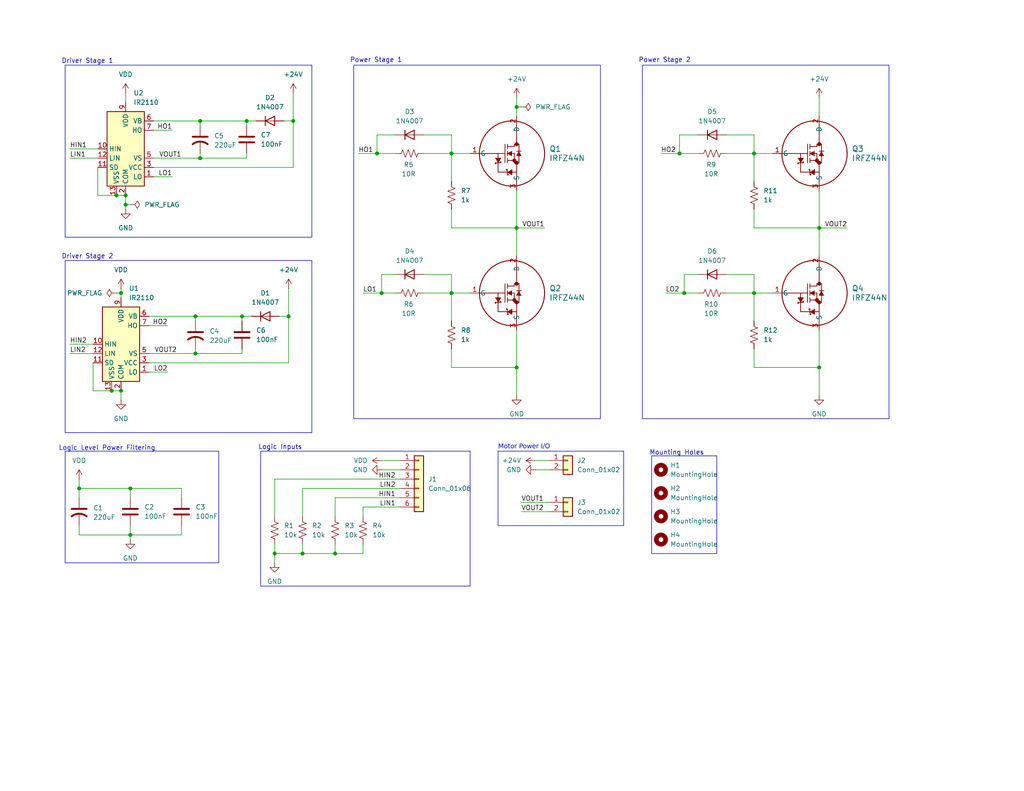
<source format=kicad_sch>
(kicad_sch (version 20250114) (generator "eeschema") (generator_version "9.0")
  (paper "USLetter")
  (title_block (title "Basic Motor Driver") (date "2025-09-15") (rev "1B") (company "Nolan Poe") (comment 1 "https://tahmidmc.blogspot.com/2013/01/using-high-low-side-driver-ir2110-with.html") (comment 2 "Circuit design based on:"))
  (lib_symbols
    (symbol "2025-08-28_04-17-24:IRFZ44N_127" (pin_names (offset 0.254))
      (property "Reference" "MOSFET" (at 16.51 1.905 0))
      (property "Value" "IRFZ44N_127" (at 16.51 -2.54 0))
      (symbol "IRFZ44N_127_0_1"
        (polyline (pts (xy 2.54 0) (xy 9.525 0)) (stroke (width 0.2032)))
        (polyline (pts (xy 6.858 -1.27) (xy 8.382 -1.27) (xy 7.62 -2.54)) (fill (type outline)))
        (polyline (pts (xy 6.858 -2.54) (xy 6.858 -2.794)) (stroke (width 0.2032)))
        (polyline (pts (xy 6.858 -2.54) (xy 8.382 -2.54)) (stroke (width 0.2032)))
        (polyline (pts (xy 6.858 -2.794) (xy 7.112 -2.794)) (stroke (width 0.2032)))
        (polyline (pts (xy 7.62 0) (xy 7.62 -1.27)) (stroke (width 0.2032)))
        (polyline (pts (xy 7.62 -2.54) (xy 7.62 -5.08)) (stroke (width 0.2032)))
        (polyline (pts (xy 7.62 -5.08) (xy 10.16 -5.08)) (stroke (width 0.2032)))
        (polyline (pts (xy 8.382 -2.286) (xy 8.128 -2.286)) (stroke (width 0.2032)))
        (polyline (pts (xy 8.382 -2.54) (xy 8.382 -2.286)) (stroke (width 0.2032)))
        (polyline (pts (xy 9.525 -2.54) (xy 9.525 2.54)) (stroke (width 0.2032)))
        (polyline (pts (xy 9.906 -4.318) (xy 9.906 -4.572)) (stroke (width 0.2032)))
        (polyline (pts (xy 10.16 1.905) (xy 12.065 1.905)) (stroke (width 0.2032)))
        (polyline (pts (xy 10.16 1.27) (xy 10.16 2.54)) (stroke (width 0.2032)))
        (polyline (pts (xy 10.16 -0.635) (xy 10.16 0.635)) (stroke (width 0.2032)))
        (polyline (pts (xy 10.16 -1.905) (xy 12.065 -1.905)) (stroke (width 0.2032)))
        (polyline (pts (xy 10.16 -2.54) (xy 10.16 -1.27)) (stroke (width 0.2032)))
        (polyline (pts (xy 10.16 -4.318) (xy 9.906 -4.318)) (stroke (width 0.2032)))
        (polyline (pts (xy 10.16 -4.318) (xy 10.16 -5.842)) (stroke (width 0.2032)))
        (polyline (pts (xy 10.16 -5.842) (xy 10.414 -5.842)) (stroke (width 0.2032)))
        (polyline (pts (xy 10.414 -5.842) (xy 10.414 -5.588)) (stroke (width 0.2032)))
        (polyline (pts (xy 11.43 0.635) (xy 10.16 0) (xy 11.43 -0.635)) (fill (type outline)))
        (polyline (pts (xy 11.43 0) (xy 12.065 0)) (stroke (width 0.2032)))
        (circle (center 11.43 0) (radius 8.89) (stroke (width 0.254)))
        (polyline (pts (xy 11.43 -4.318) (xy 11.43 -5.842) (xy 10.16 -5.08)) (fill (type outline)))
        (polyline (pts (xy 11.43 -5.08) (xy 12.7 -5.08)) (stroke (width 0.2032)))
        (polyline (pts (xy 12.065 2.54) (xy 13.335 2.54)) (stroke (width 0.2032)))
        (polyline (pts (xy 12.065 1.905) (xy 12.065 2.54)) (stroke (width 0.2032)))
        (circle (center 12.065 -1.905) (radius 0.0254) (stroke (width 0.508)))
        (polyline (pts (xy 12.065 -2.54) (xy 12.065 0)) (stroke (width 0.2032)))
        (polyline (pts (xy 12.065 -2.54) (xy 13.335 -2.54)) (stroke (width 0.2032)))
        (polyline (pts (xy 12.7 2.54) (xy 12.7 7.62)) (stroke (width 0.2032)))
        (circle (center 12.7 2.54) (radius 0.0254) (stroke (width 0.508)))
        (circle (center 12.7 -2.54) (radius 0.0254) (stroke (width 0.508)))
        (polyline (pts (xy 12.7 -7.62) (xy 12.7 -2.54)) (stroke (width 0.2032)))
        (polyline (pts (xy 13.335 0.635) (xy 13.335 2.54)) (stroke (width 0.2032)))
        (polyline (pts (xy 13.335 -2.54) (xy 13.335 -0.635)) (stroke (width 0.2032)))
        (polyline (pts (xy 13.97 0.635) (xy 12.7 0.635)) (stroke (width 0.2032)))
        (polyline (pts (xy 13.97 -0.635) (xy 12.7 -0.635) (xy 13.335 0.635)) (fill (type outline)))
        (pin unspecified line (at 0 0 0) (length 2.54) (name "G") (number "1"))
        (pin unspecified line (at 12.7 10.16 270) (length 2.54) (name "D") (number "2"))
        (pin unspecified line (at 12.7 -10.16 90) (length 2.54) (name "S") (number "3"))
      )
    )
    (symbol "Connector_Generic:Conn_01x02" (pin_names (offset 1.016) (hide yes))
      (property "Reference" "J" (at 0 2.54 0))
      (property "Value" "Conn_01x02" (at 0 -5.08 0))
      (symbol "Conn_01x02_1_1"
        (rectangle (start -1.27 1.27) (end 1.27 -3.81) (stroke (width 0.254)) (fill (type background)))
        (rectangle (start -1.27 0.127) (end 0 -0.127) (stroke (width 0.1524)))
        (rectangle (start -1.27 -2.413) (end 0 -2.667) (stroke (width 0.1524)))
        (pin passive line (at -5.08 0 0) (length 3.81) (name "Pin_1") (number "1"))
        (pin passive line (at -5.08 -2.54 0) (length 3.81) (name "Pin_2") (number "2"))
      )
    )
    (symbol "Connector_Generic:Conn_01x06" (pin_names (offset 1.016) (hide yes))
      (property "Reference" "J" (at 0 7.62 0))
      (property "Value" "Conn_01x06" (at 0 -10.16 0))
      (symbol "Conn_01x06_1_1"
        (rectangle (start -1.27 6.35) (end 1.27 -8.89) (stroke (width 0.254)) (fill (type background)))
        (rectangle (start -1.27 5.207) (end 0 4.953) (stroke (width 0.1524)))
        (rectangle (start -1.27 2.667) (end 0 2.413) (stroke (width 0.1524)))
        (rectangle (start -1.27 0.127) (end 0 -0.127) (stroke (width 0.1524)))
        (rectangle (start -1.27 -2.413) (end 0 -2.667) (stroke (width 0.1524)))
        (rectangle (start -1.27 -4.953) (end 0 -5.207) (stroke (width 0.1524)))
        (rectangle (start -1.27 -7.493) (end 0 -7.747) (stroke (width 0.1524)))
        (pin passive line (at -5.08 5.08 0) (length 3.81) (name "Pin_1") (number "1"))
        (pin passive line (at -5.08 2.54 0) (length 3.81) (name "Pin_2") (number "2"))
        (pin passive line (at -5.08 0 0) (length 3.81) (name "Pin_3") (number "3"))
        (pin passive line (at -5.08 -2.54 0) (length 3.81) (name "Pin_4") (number "4"))
        (pin passive line (at -5.08 -5.08 0) (length 3.81) (name "Pin_5") (number "5"))
        (pin passive line (at -5.08 -7.62 0) (length 3.81) (name "Pin_6") (number "6"))
      )
    )
    (symbol "Device:C" (pin_numbers (hide yes)) (pin_names (offset 0.254))
      (property "Reference" "C" (at 0.635 2.54 0))
      (property "Value" "C" (at 0.635 -2.54 0))
      (symbol "C_0_1"
        (polyline (pts (xy -2.032 0.762) (xy 2.032 0.762)) (stroke (width 0.508)))
        (polyline (pts (xy -2.032 -0.762) (xy 2.032 -0.762)) (stroke (width 0.508)))
      )
      (symbol "C_1_1"
        (pin passive line (at 0 3.81 270) (length 2.794) (name "~") (number "1"))
        (pin passive line (at 0 -3.81 90) (length 2.794) (name "~") (number "2"))
      )
    )
    (symbol "Device:C_US" (pin_numbers (hide yes)) (pin_names (offset 0.254) (hide yes))
      (property "Reference" "C" (at 0.635 2.54 0))
      (property "Value" "C_US" (at 0.635 -2.54 0))
      (symbol "C_US_0_1"
        (polyline (pts (xy -2.032 0.762) (xy 2.032 0.762)) (stroke (width 0.508)))
        (arc (start -2.032 -1.27) (mid 0 -0.5572) (end 2.032 -1.27) (stroke (width 0.508)))
      )
      (symbol "C_US_1_1"
        (pin passive line (at 0 3.81 270) (length 2.794) (name "~") (number "1"))
        (pin passive line (at 0 -3.81 90) (length 3.302) (name "~") (number "2"))
      )
    )
    (symbol "Device:R_US" (pin_numbers (hide yes)) (pin_names (offset 0))
      (property "Reference" "R" (at 2.54 0 90))
      (property "Value" "R_US" (at -2.54 0 90))
      (symbol "R_US_0_1"
        (polyline (pts (xy 0 2.286) (xy 0 2.54)))
        (polyline (pts (xy 0 2.286) (xy 1.016 1.905) (xy 0 1.524) (xy -1.016 1.143) (xy 0 0.762)))
        (polyline (pts (xy 0 0.762) (xy 1.016 0.381) (xy 0 0) (xy -1.016 -0.381) (xy 0 -0.762)))
        (polyline (pts (xy 0 -0.762) (xy 1.016 -1.143) (xy 0 -1.524) (xy -1.016 -1.905) (xy 0 -2.286)))
        (polyline (pts (xy 0 -2.286) (xy 0 -2.54)))
      )
      (symbol "R_US_1_1"
        (pin passive line (at 0 3.81 270) (length 1.27) (name "~") (number "1"))
        (pin passive line (at 0 -3.81 90) (length 1.27) (name "~") (number "2"))
      )
    )
    (symbol "Diode:1N4007" (pin_numbers (hide yes)) (pin_names (hide yes))
      (property "Reference" "D" (at 0 2.54 0))
      (property "Value" "1N4007" (at 0 -2.54 0))
      (symbol "1N4007_0_1"
        (polyline (pts (xy -1.27 1.27) (xy -1.27 -1.27)) (stroke (width 0.254)))
        (polyline (pts (xy 1.27 1.27) (xy 1.27 -1.27) (xy -1.27 0) (xy 1.27 1.27)) (stroke (width 0.254)))
        (polyline (pts (xy 1.27 0) (xy -1.27 0)))
      )
      (symbol "1N4007_1_1"
        (pin passive line (at -3.81 0 0) (length 2.54) (name "K") (number "1"))
        (pin passive line (at 3.81 0 180) (length 2.54) (name "A") (number "2"))
      )
    )
    (symbol "Driver_FET:IR2110"
      (property "Reference" "U" (at 1.27 13.335 0))
      (property "Value" "IR2110" (at 1.27 11.43 0))
      (symbol "IR2110_0_1"
        (rectangle (start -5.08 -10.16) (end 5.08 10.16) (stroke (width 0.254)) (fill (type background)))
      )
      (symbol "IR2110_1_1"
        (pin input line (at -7.62 0 0) (length 2.54) (name "HIN") (number "10"))
        (pin input line (at -7.62 -2.54 0) (length 2.54) (name "LIN") (number "12"))
        (pin input line (at -7.62 -5.08 0) (length 2.54) (name "SD") (number "11"))
        (pin no_connect line (at -5.08 7.62 0) (length 2.54) (hide yes) (name "NC") (number "4"))
        (pin no_connect line (at -5.08 5.08 0) (length 2.54) (hide yes) (name "NC") (number "8"))
        (pin no_connect line (at -5.08 2.54 0) (length 2.54) (hide yes) (name "NC") (number "14"))
        (pin power_in line (at -2.54 -12.7 90) (length 2.54) (name "VSS") (number "13"))
        (pin power_in line (at 0 12.7 270) (length 2.54) (name "VDD") (number "9"))
        (pin power_in line (at 0 -12.7 90) (length 2.54) (name "COM") (number "2"))
        (pin passive line (at 7.62 7.62 180) (length 2.54) (name "VB") (number "6"))
        (pin output line (at 7.62 5.08 180) (length 2.54) (name "HO") (number "7"))
        (pin passive line (at 7.62 -2.54 180) (length 2.54) (name "VS") (number "5"))
        (pin power_in line (at 7.62 -5.08 180) (length 2.54) (name "VCC") (number "3"))
        (pin output line (at 7.62 -7.62 180) (length 2.54) (name "LO") (number "1"))
      )
    )
    (symbol "Mechanical:MountingHole" (pin_names (offset 1.016)) (in_bom no)
      (property "Reference" "H" (at 0 5.08 0))
      (property "Value" "MountingHole" (at 0 3.175 0))
      (symbol "MountingHole_0_1"
        (circle (center 0 0) (radius 1.27) (stroke (width 1.27)))
      )
    )
    (symbol "power:+24V" (power) (pin_numbers (hide yes)) (pin_names (offset 0) (hide yes))
      (property "Value" "+24V" (at 0 3.556 0))
      (symbol "+24V_0_1"
        (polyline (pts (xy -0.762 1.27) (xy 0 2.54)))
        (polyline (pts (xy 0 2.54) (xy 0.762 1.27)))
        (polyline (pts (xy 0 0) (xy 0 2.54)))
      )
      (symbol "+24V_1_1"
        (pin power_in line (at 0 0 90) (length 0) (name "~") (number "1"))
      )
    )
    (symbol "power:GND" (power) (pin_numbers (hide yes)) (pin_names (offset 0) (hide yes))
      (property "Value" "GND" (at 0 -3.81 0))
      (symbol "GND_0_1"
        (polyline (pts (xy 0 0) (xy 0 -1.27) (xy 1.27 -1.27) (xy 0 -2.54) (xy -1.27 -1.27) (xy 0 -1.27)))
      )
      (symbol "GND_1_1"
        (pin power_in line (at 0 0 270) (length 0) (name "~") (number "1"))
      )
    )
    (symbol "power:PWR_FLAG" (power) (pin_numbers (hide yes)) (pin_names (offset 0) (hide yes))
      (property "Value" "PWR_FLAG" (at 0 3.81 0))
      (symbol "PWR_FLAG_0_0"
        (pin power_out line (at 0 0 90) (length 0) (name "~") (number "1"))
      )
      (symbol "PWR_FLAG_0_1"
        (polyline (pts (xy 0 0) (xy 0 1.27) (xy -1.016 1.905) (xy 0 2.54) (xy 1.016 1.905) (xy 0 1.27)))
      )
    )
    (symbol "power:VDD" (power) (pin_numbers (hide yes)) (pin_names (offset 0) (hide yes))
      (property "Value" "VDD" (at 0 3.556 0))
      (symbol "VDD_0_1"
        (polyline (pts (xy -0.762 1.27) (xy 0 2.54)))
        (polyline (pts (xy 0 2.54) (xy 0.762 1.27)))
        (polyline (pts (xy 0 0) (xy 0 2.54)))
      )
      (symbol "VDD_1_1"
        (pin power_in line (at 0 0 90) (length 0) (name "~") (number "1"))
      )
    )
  )
  (rectangle (start 17.78 17.78) (end 85.09 64.77))
  (rectangle (start 177.8 124.46) (end 195.58 151.13))
  (rectangle (start 17.78 123.19) (end 59.69 153.67))
  (rectangle (start 175.26 17.78) (end 242.57 114.3))
  (rectangle (start 135.89 123.19) (end 170.18 143.51))
  (rectangle (start 71.12 123.19) (end 128.27 160.02))
  (rectangle (start 96.52 17.78) (end 163.83 114.3))
  (rectangle (start 17.78 71.12) (end 85.09 118.11))
  (text "Power Stage 2" (at 181.356 16.51 0) (effects (font (size 1.27 1.27))))
  (text "Driver Stage 2\n" (at 23.876 70.104 0) (effects (font (size 1.27 1.27))))
  (text "Driver Stage 1" (at 23.876 16.764 0) (effects (font (size 1.27 1.27))))
  (text "Mounting Holes" (at 184.658 123.698 0) (effects (font (size 1.27 1.27))))
  (text "Logic Inputs\n" (at 76.454 122.174 0) (effects (font (size 1.27 1.27))))
  (text "Power Stage 1\n" (at 102.616 16.51 0) (effects (font (size 1.27 1.27))))
  (text "Motor Power I/O" (at 143.002 122.428 0) (effects (font (size 1.27 1.27))))
  (text "Logic Level Power Filtering" (at 29.21 122.428 0) (effects (font (size 1.27 1.27))))
  (junction (at 30.48 106.68))
  (junction (at 140.97 62.23))
  (junction (at 223.52 62.23))
  (junction (at 67.31 33.02))
  (junction (at 53.34 96.52))
  (junction (at 33.02 80.01))
  (junction (at 80.01 33.02))
  (junction (at 102.87 41.91))
  (junction (at 33.02 106.68))
  (junction (at 54.61 43.18))
  (junction (at 54.61 33.02))
  (junction (at 123.19 80.01))
  (junction (at 31.75 53.34))
  (junction (at 91.44 151.13))
  (junction (at 74.93 151.13))
  (junction (at 35.56 133.35))
  (junction (at 82.55 151.13))
  (junction (at 186.69 80.01))
  (junction (at 185.42 41.91))
  (junction (at 78.74 86.36))
  (junction (at 34.29 53.34))
  (junction (at 34.29 55.88))
  (junction (at 205.74 80.01))
  (junction (at 205.74 41.91))
  (junction (at 66.04 86.36))
  (junction (at 53.34 86.36))
  (junction (at 21.59 133.35))
  (junction (at 35.56 146.05))
  (junction (at 123.19 41.91))
  (junction (at 104.14 80.01))
  (junction (at 223.52 100.33))
  (junction (at 140.97 100.33))
  (junction (at 140.97 29.21))
  (wire (pts (xy 33.02 80.01) (xy 33.02 81.28)))
  (wire (pts (xy 34.29 55.88) (xy 34.29 57.15)))
  (wire (pts (xy 41.91 35.56) (xy 46.99 35.56)))
  (wire (pts (xy 66.04 86.36) (xy 68.58 86.36)))
  (wire (pts (xy 140.97 29.21) (xy 140.97 31.75)))
  (wire (pts (xy 49.53 133.35) (xy 49.53 135.89)))
  (wire (pts (xy 123.19 95.25) (xy 123.19 100.33)))
  (wire (pts (xy 34.29 55.88) (xy 34.29 53.34)))
  (wire (pts (xy 35.56 133.35) (xy 49.53 133.35)))
  (wire (pts (xy 74.93 130.81) (xy 109.22 130.81)))
  (wire (pts (xy 66.04 95.25) (xy 66.04 96.52)))
  (wire (pts (xy 74.93 130.81) (xy 74.93 140.97)))
  (wire (pts (xy 19.05 40.64) (xy 26.67 40.64)))
  (wire (pts (xy 205.74 95.25) (xy 205.74 100.33)))
  (wire (pts (xy 53.34 96.52) (xy 66.04 96.52)))
  (wire (pts (xy 142.24 29.21) (xy 140.97 29.21)))
  (wire (pts (xy 123.19 36.83) (xy 115.57 36.83)))
  (wire (pts (xy 198.12 80.01) (xy 205.74 80.01)))
  (wire (pts (xy 97.79 41.91) (xy 102.87 41.91)))
  (wire (pts (xy 231.14 62.23) (xy 223.52 62.23)))
  (wire (pts (xy 21.59 130.81) (xy 21.59 133.35)))
  (wire (pts (xy 99.06 138.43) (xy 109.22 138.43)))
  (wire (pts (xy 35.56 133.35) (xy 35.56 135.89)))
  (wire (pts (xy 77.47 33.02) (xy 80.01 33.02)))
  (wire (pts (xy 74.93 151.13) (xy 82.55 151.13)))
  (wire (pts (xy 49.53 146.05) (xy 35.56 146.05)))
  (wire (pts (xy 123.19 41.91) (xy 128.27 41.91)))
  (wire (pts (xy 102.87 41.91) (xy 102.87 36.83)))
  (wire (pts (xy 123.19 74.93) (xy 115.57 74.93)))
  (wire (pts (xy 19.05 43.18) (xy 26.67 43.18)))
  (wire (pts (xy 223.52 62.23) (xy 223.52 69.85)))
  (wire (pts (xy 123.19 41.91) (xy 123.19 36.83)))
  (wire (pts (xy 31.75 53.34) (xy 34.29 53.34)))
  (wire (pts (xy 223.52 100.33) (xy 223.52 107.95)))
  (wire (pts (xy 41.91 48.26) (xy 46.99 48.26)))
  (wire (pts (xy 33.02 106.68) (xy 33.02 109.22)))
  (wire (pts (xy 123.19 80.01) (xy 128.27 80.01)))
  (wire (pts (xy 67.31 34.29) (xy 67.31 33.02)))
  (wire (pts (xy 102.87 36.83) (xy 107.95 36.83)))
  (wire (pts (xy 180.34 41.91) (xy 185.42 41.91)))
  (wire (pts (xy 123.19 62.23) (xy 140.97 62.23)))
  (wire (pts (xy 205.74 36.83) (xy 198.12 36.83)))
  (wire (pts (xy 82.55 140.97) (xy 82.55 133.35)))
  (wire (pts (xy 40.64 99.06) (xy 78.74 99.06)))
  (wire (pts (xy 80.01 25.4) (xy 80.01 33.02)))
  (wire (pts (xy 40.64 96.52) (xy 53.34 96.52)))
  (wire (pts (xy 198.12 41.91) (xy 205.74 41.91)))
  (wire (pts (xy 82.55 151.13) (xy 82.55 148.59)))
  (wire (pts (xy 54.61 33.02) (xy 67.31 33.02)))
  (wire (pts (xy 99.06 80.01) (xy 104.14 80.01)))
  (wire (pts (xy 223.52 90.17) (xy 223.52 100.33)))
  (wire (pts (xy 54.61 41.91) (xy 54.61 43.18)))
  (wire (pts (xy 91.44 151.13) (xy 91.44 148.59)))
  (wire (pts (xy 205.74 80.01) (xy 205.74 74.93)))
  (wire (pts (xy 40.64 88.9) (xy 45.72 88.9)))
  (wire (pts (xy 185.42 41.91) (xy 190.5 41.91)))
  (wire (pts (xy 205.74 57.15) (xy 205.74 62.23)))
  (wire (pts (xy 76.2 86.36) (xy 78.74 86.36)))
  (wire (pts (xy 123.19 80.01) (xy 123.19 74.93)))
  (wire (pts (xy 104.14 80.01) (xy 107.95 80.01)))
  (wire (pts (xy 104.14 125.73) (xy 109.22 125.73)))
  (wire (pts (xy 205.74 100.33) (xy 223.52 100.33)))
  (wire (pts (xy 181.61 80.01) (xy 186.69 80.01)))
  (wire (pts (xy 19.05 96.52) (xy 25.4 96.52)))
  (wire (pts (xy 115.57 80.01) (xy 123.19 80.01)))
  (wire (pts (xy 30.48 106.68) (xy 33.02 106.68)))
  (wire (pts (xy 123.19 57.15) (xy 123.19 62.23)))
  (wire (pts (xy 123.19 80.01) (xy 123.19 87.63)))
  (wire (pts (xy 25.4 106.68) (xy 30.48 106.68)))
  (wire (pts (xy 205.74 41.91) (xy 210.82 41.91)))
  (wire (pts (xy 104.14 80.01) (xy 104.14 74.93)))
  (wire (pts (xy 19.05 93.98) (xy 25.4 93.98)))
  (wire (pts (xy 99.06 140.97) (xy 99.06 138.43)))
  (wire (pts (xy 78.74 86.36) (xy 78.74 99.06)))
  (wire (pts (xy 26.67 53.34) (xy 31.75 53.34)))
  (wire (pts (xy 205.74 80.01) (xy 210.82 80.01)))
  (wire (pts (xy 35.56 55.88) (xy 34.29 55.88)))
  (wire (pts (xy 91.44 135.89) (xy 91.44 140.97)))
  (wire (pts (xy 67.31 33.02) (xy 69.85 33.02)))
  (wire (pts (xy 205.74 80.01) (xy 205.74 87.63)))
  (wire (pts (xy 67.31 41.91) (xy 67.31 43.18)))
  (wire (pts (xy 148.59 62.23) (xy 140.97 62.23)))
  (wire (pts (xy 205.74 41.91) (xy 205.74 49.53)))
  (wire (pts (xy 54.61 33.02) (xy 54.61 34.29)))
  (wire (pts (xy 205.74 62.23) (xy 223.52 62.23)))
  (wire (pts (xy 41.91 45.72) (xy 80.01 45.72)))
  (wire (pts (xy 91.44 135.89) (xy 109.22 135.89)))
  (wire (pts (xy 186.69 80.01) (xy 186.69 74.93)))
  (wire (pts (xy 140.97 90.17) (xy 140.97 100.33)))
  (wire (pts (xy 34.29 25.4) (xy 34.29 27.94)))
  (wire (pts (xy 21.59 135.89) (xy 21.59 133.35)))
  (wire (pts (xy 185.42 36.83) (xy 190.5 36.83)))
  (wire (pts (xy 140.97 100.33) (xy 140.97 107.95)))
  (wire (pts (xy 78.74 78.74) (xy 78.74 86.36)))
  (wire (pts (xy 26.67 53.34) (xy 26.67 45.72)))
  (wire (pts (xy 123.19 100.33) (xy 140.97 100.33)))
  (wire (pts (xy 146.05 128.27) (xy 149.86 128.27)))
  (wire (pts (xy 40.64 86.36) (xy 53.34 86.36)))
  (wire (pts (xy 35.56 143.51) (xy 35.56 146.05)))
  (wire (pts (xy 82.55 151.13) (xy 91.44 151.13)))
  (wire (pts (xy 54.61 43.18) (xy 67.31 43.18)))
  (wire (pts (xy 41.91 43.18) (xy 54.61 43.18)))
  (wire (pts (xy 74.93 151.13) (xy 74.93 148.59)))
  (wire (pts (xy 146.05 125.73) (xy 149.86 125.73)))
  (wire (pts (xy 80.01 33.02) (xy 80.01 45.72)))
  (wire (pts (xy 25.4 106.68) (xy 25.4 99.06)))
  (wire (pts (xy 33.02 78.74) (xy 33.02 80.01)))
  (wire (pts (xy 123.19 41.91) (xy 123.19 49.53)))
  (wire (pts (xy 140.97 52.07) (xy 140.97 62.23)))
  (wire (pts (xy 74.93 153.67) (xy 74.93 151.13)))
  (wire (pts (xy 35.56 146.05) (xy 35.56 147.32)))
  (wire (pts (xy 66.04 87.63) (xy 66.04 86.36)))
  (wire (pts (xy 53.34 86.36) (xy 66.04 86.36)))
  (wire (pts (xy 140.97 26.67) (xy 140.97 29.21)))
  (wire (pts (xy 104.14 74.93) (xy 107.95 74.93)))
  (wire (pts (xy 115.57 41.91) (xy 123.19 41.91)))
  (wire (pts (xy 205.74 41.91) (xy 205.74 36.83)))
  (wire (pts (xy 53.34 95.25) (xy 53.34 96.52)))
  (wire (pts (xy 31.75 80.01) (xy 33.02 80.01)))
  (wire (pts (xy 99.06 151.13) (xy 99.06 148.59)))
  (wire (pts (xy 142.24 137.16) (xy 149.86 137.16)))
  (wire (pts (xy 49.53 143.51) (xy 49.53 146.05)))
  (wire (pts (xy 41.91 33.02) (xy 54.61 33.02)))
  (wire (pts (xy 223.52 26.67) (xy 223.52 31.75)))
  (wire (pts (xy 142.24 139.7) (xy 149.86 139.7)))
  (wire (pts (xy 223.52 52.07) (xy 223.52 62.23)))
  (wire (pts (xy 102.87 41.91) (xy 107.95 41.91)))
  (wire (pts (xy 40.64 101.6) (xy 45.72 101.6)))
  (wire (pts (xy 21.59 143.51) (xy 21.59 146.05)))
  (wire (pts (xy 186.69 80.01) (xy 190.5 80.01)))
  (wire (pts (xy 35.56 133.35) (xy 21.59 133.35)))
  (wire (pts (xy 82.55 133.35) (xy 109.22 133.35)))
  (wire (pts (xy 21.59 146.05) (xy 35.56 146.05)))
  (wire (pts (xy 104.14 128.27) (xy 109.22 128.27)))
  (wire (pts (xy 53.34 86.36) (xy 53.34 87.63)))
  (wire (pts (xy 186.69 74.93) (xy 190.5 74.93)))
  (wire (pts (xy 185.42 41.91) (xy 185.42 36.83)))
  (wire (pts (xy 140.97 62.23) (xy 140.97 69.85)))
  (wire (pts (xy 205.74 74.93) (xy 198.12 74.93)))
  (wire (pts (xy 91.44 151.13) (xy 99.06 151.13)))
  (label "LIN2" (at 19.05 96.52 0))
  (label "HO1" (at 46.99 35.56 180))
  (label "HIN2" (at 107.95 130.81 180))
  (label "HO2" (at 45.72 88.9 180))
  (label "HIN2" (at 19.05 93.98 0))
  (label "VOUT2" (at 142.24 139.7 0))
  (label "HO2" (at 180.34 41.91 0))
  (label "LO1" (at 99.06 80.01 0))
  (label "LIN2" (at 107.95 133.35 180))
  (label "LO1" (at 46.99 48.26 180))
  (label "LIN1" (at 107.95 138.43 180))
  (label "VOUT2" (at 231.14 62.23 180))
  (label "LIN1" (at 19.05 43.18 0))
  (label "VOUT1" (at 49.53 43.18 180))
  (label "HO1" (at 97.79 41.91 0))
  (label "VOUT1" (at 148.59 62.23 180))
  (label "HIN1" (at 19.05 40.64 0))
  (label "HIN1" (at 107.95 135.89 180))
  (label "VOUT1" (at 142.24 137.16 0))
  (label "VOUT2" (at 48.26 96.52 180))
  (label "LO2" (at 45.72 101.6 180))
  (label "LO2" (at 181.61 80.01 0))
  (symbol (lib_id "Device:R_US") (at 205.74 53.34 0) (unit 1)
    (property "Reference" "R11" (at 208.28 52.0699 0) (effects (justify left)))
    (property "Value" "1k" (at 208.28 54.6099 0) (effects (justify left)))
    (property "Footprint" "Resistor_THT:R_Axial_DIN0207_L6.3mm_D2.5mm_P10.16mm_Horizontal" (effects (hide yes)))
    (property "Description" "Resistor, US symbol" (effects (hide yes)))
    (property "LCSC" "C119324" (effects (hide yes)))
  )
  (symbol (lib_id "2025-08-28_04-17-24:IRFZ44N_127") (at 128.27 80.01 0) (unit 1)
    (property "Reference" "Q2" (at 149.86 78.7399 0) (effects (font (size 1.524 1.524)) (justify left)))
    (property "Value" "IRFZ44N" (at 149.86 81.2799 0) (effects (font (size 1.524 1.524)) (justify left)))
    (property "Footprint" "Package_TO_SOT_THT:TO-220-3_Vertical" (effects (hide yes)))
    (property "Datasheet" "IRFZ44N_127" (effects (hide yes)))
    (property "LCSC" "C2586" (effects (hide yes)))
  )
  (symbol (lib_id "Device:C_US") (at 54.61 38.1 0) (unit 1)
    (property "Reference" "C5" (at 58.42 37.0839 0) (effects (justify left)))
    (property "Value" "220uF" (at 58.42 39.6239 0) (effects (justify left)))
    (property "Footprint" "Capacitor_THT:CP_Radial_D6.3mm_P2.50mm" (effects (hide yes)))
    (property "Description" "capacitor, US symbol" (effects (hide yes)))
    (property "LCSC" "C371103" (effects (hide yes)))
  )
  (symbol (lib_id "Driver_FET:IR2110") (at 34.29 40.64 0) (unit 1)
    (property "Reference" "U2" (at 36.4333 25.4 0) (effects (justify left)))
    (property "Value" "IR2110" (at 36.4333 27.94 0) (effects (justify left)))
    (property "Footprint" "Package_DIP:DIP-14_W7.62mm" (effects (hide yes)))
    (property "Datasheet" "https://www.infineon.com/dgdl/ir2110.pdf?fileId=5546d462533600a4015355c80333167e" (effects (hide yes)))
    (property "Description" "High and Low Side Driver, 500V, 2.0/2.0A, PDIP-14" (effects (hide yes)))
    (property "LCSC" "C20623179" (effects (hide yes)))
  )
  (symbol (lib_id "power:VDD") (at 104.14 125.73 90) (unit 1)
    (property "Reference" "#PWR010" (effects (hide yes)))
    (property "Value" "VDD" (at 100.33 125.7299 90) (effects (justify left)))
    (property "Description" "Power symbol creates a global label with name \"VDD\"" (effects (hide yes)))
  )
  (symbol (lib_id "Diode:1N4007") (at 72.39 86.36 0) (unit 1)
    (property "Reference" "D1" (at 72.39 80.01 0))
    (property "Value" "1N4007" (at 72.39 82.55 0))
    (property "Footprint" "Diode_THT:D_DO-41_SOD81_P10.16mm_Horizontal" (effects (hide yes)))
    (property "Datasheet" "http://www.vishay.com/docs/88503/1n4001.pdf" (effects (hide yes)))
    (property "Description" "1000V 1A General Purpose Rectifier Diode, DO-41" (effects (hide yes)))
    (property "Sim.Device" "D" (effects (hide yes)))
    (property "Sim.Pins" "1=K 2=A" (effects (hide yes)))
    (property "LCSC" "C53568" (effects (hide yes)))
  )
  (symbol (lib_id "Connector_Generic:Conn_01x02") (at 154.94 137.16 0) (unit 1)
    (property "Reference" "J3" (at 157.48 137.1599 0) (effects (justify left)))
    (property "Value" "Conn_01x02" (at 157.48 139.6999 0) (effects (justify left)))
    (property "Footprint" "Connector_Phoenix_MSTB:PhoenixContact_MSTBA_2,5_2-G_1x02_P5.00mm_Horizontal" (effects (hide yes)))
    (property "Description" "Generic connector, single row, 01x02, script generated (kicad-library-utils/schlib/autogen/connector/)" (effects (hide yes)))
    (property "LCSC" "C90074" (effects (hide yes)))
  )
  (symbol (lib_id "Device:C_US") (at 21.59 139.7 0) (unit 1)
    (property "Reference" "C1" (at 25.4 138.6839 0) (effects (justify left)))
    (property "Value" "220uF" (at 25.4 141.2239 0) (effects (justify left)))
    (property "Footprint" "Capacitor_THT:CP_Radial_D6.3mm_P2.50mm" (effects (hide yes)))
    (property "Description" "capacitor, US symbol" (effects (hide yes)))
    (property "LCSC" "C371103" (effects (hide yes)))
  )
  (symbol (lib_id "Diode:1N4007") (at 194.31 36.83 0) (unit 1)
    (property "Reference" "D5" (at 194.31 30.48 0))
    (property "Value" "1N4007" (at 194.31 33.02 0))
    (property "Footprint" "Diode_THT:D_DO-41_SOD81_P10.16mm_Horizontal" (effects (hide yes)))
    (property "Datasheet" "http://www.vishay.com/docs/88503/1n4001.pdf" (effects (hide yes)))
    (property "Description" "1000V 1A General Purpose Rectifier Diode, DO-41" (effects (hide yes)))
    (property "Sim.Device" "D" (effects (hide yes)))
    (property "Sim.Pins" "1=K 2=A" (effects (hide yes)))
    (property "LCSC" "C53568" (effects (hide yes)))
  )
  (symbol (lib_id "Connector_Generic:Conn_01x02") (at 154.94 125.73 0) (unit 1)
    (property "Reference" "J2" (at 157.48 125.7299 0) (effects (justify left)))
    (property "Value" "Conn_01x02" (at 157.48 128.2699 0) (effects (justify left)))
    (property "Footprint" "Connector_Phoenix_MSTB:PhoenixContact_MSTBA_2,5_2-G_1x02_P5.00mm_Horizontal" (effects (hide yes)))
    (property "Description" "Generic connector, single row, 01x02, script generated (kicad-library-utils/schlib/autogen/connector/)" (effects (hide yes)))
    (property "LCSC" "C90074" (effects (hide yes)))
  )
  (symbol (lib_id "Diode:1N4007") (at 111.76 74.93 0) (unit 1)
    (property "Reference" "D4" (at 111.76 68.58 0))
    (property "Value" "1N4007" (at 111.76 71.12 0))
    (property "Footprint" "Diode_THT:D_DO-41_SOD81_P10.16mm_Horizontal" (effects (hide yes)))
    (property "Datasheet" "http://www.vishay.com/docs/88503/1n4001.pdf" (effects (hide yes)))
    (property "Description" "1000V 1A General Purpose Rectifier Diode, DO-41" (effects (hide yes)))
    (property "Sim.Device" "D" (effects (hide yes)))
    (property "Sim.Pins" "1=K 2=A" (effects (hide yes)))
    (property "LCSC" "C53568" (effects (hide yes)))
  )
  (symbol (lib_id "power:VDD") (at 21.59 130.81 0) (unit 1)
    (property "Reference" "#PWR01" (effects (hide yes)))
    (property "Value" "VDD" (at 21.59 125.73 0))
    (property "Description" "Power symbol creates a global label with name \"VDD\"" (effects (hide yes)))
  )
  (symbol (lib_id "power:GND") (at 223.52 107.95 0) (unit 1)
    (property "Reference" "#PWR017" (effects (hide yes)))
    (property "Value" "GND" (at 223.52 113.03 0))
    (property "Description" "Power symbol creates a global label with name \"GND\" , ground" (effects (hide yes)))
  )
  (symbol (lib_id "Mechanical:MountingHole") (at 180.34 140.97 0) (unit 1) (in_bom no)
    (property "Reference" "H3" (at 182.88 139.6999 0) (effects (justify left)))
    (property "Value" "MountingHole" (at 182.88 142.2399 0) (effects (justify left)))
    (property "Footprint" "MountingHole:MountingHole_3.2mm_M3" (effects (hide yes)))
    (property "Description" "Mounting Hole without connection" (effects (hide yes)))
  )
  (symbol (lib_id "Device:R_US") (at 123.19 91.44 0) (unit 1)
    (property "Reference" "R8" (at 125.73 90.1699 0) (effects (justify left)))
    (property "Value" "1k" (at 125.73 92.7099 0) (effects (justify left)))
    (property "Footprint" "Resistor_THT:R_Axial_DIN0207_L6.3mm_D2.5mm_P10.16mm_Horizontal" (effects (hide yes)))
    (property "Description" "Resistor, US symbol" (effects (hide yes)))
    (property "LCSC" "C119324" (effects (hide yes)))
  )
  (symbol (lib_id "2025-08-28_04-17-24:IRFZ44N_127") (at 210.82 41.91 0) (unit 1)
    (property "Reference" "Q3" (at 232.41 40.6399 0) (effects (font (size 1.524 1.524)) (justify left)))
    (property "Value" "IRFZ44N" (at 232.41 43.1799 0) (effects (font (size 1.524 1.524)) (justify left)))
    (property "Footprint" "Package_TO_SOT_THT:TO-220-3_Vertical" (effects (hide yes)))
    (property "Datasheet" "IRFZ44N_127" (effects (hide yes)))
    (property "LCSC" "C2586" (effects (hide yes)))
  )
  (symbol (lib_id "Device:R_US") (at 111.76 41.91 90) (unit 1)
    (property "Reference" "R5" (at 111.506 44.958 90))
    (property "Value" "10R" (at 111.506 47.498 90))
    (property "Footprint" "Resistor_THT:R_Axial_DIN0207_L6.3mm_D2.5mm_P10.16mm_Horizontal" (effects (hide yes)))
    (property "Description" "Resistor, US symbol" (effects (hide yes)))
    (property "LCSC" "C119282" (effects (hide yes)))
  )
  (symbol (lib_id "power:PWR_FLAG") (at 31.75 80.01 90) (unit 1)
    (property "Reference" "#FLG01" (effects (hide yes)))
    (property "Value" "PWR_FLAG" (at 27.94 80.0099 90) (effects (justify left)))
    (property "Description" "Special symbol for telling ERC where power comes from" (effects (hide yes)))
  )
  (symbol (lib_id "power:GND") (at 35.56 147.32 0) (unit 1)
    (property "Reference" "#PWR06" (effects (hide yes)))
    (property "Value" "GND" (at 35.56 152.4 0))
    (property "Description" "Power symbol creates a global label with name \"GND\" , ground" (effects (hide yes)))
  )
  (symbol (lib_id "Diode:1N4007") (at 111.76 36.83 0) (unit 1)
    (property "Reference" "D3" (at 111.76 30.48 0))
    (property "Value" "1N4007" (at 111.76 33.02 0))
    (property "Footprint" "Diode_THT:D_DO-41_SOD81_P10.16mm_Horizontal" (effects (hide yes)))
    (property "Datasheet" "http://www.vishay.com/docs/88503/1n4001.pdf" (effects (hide yes)))
    (property "Description" "1000V 1A General Purpose Rectifier Diode, DO-41" (effects (hide yes)))
    (property "Sim.Device" "D" (effects (hide yes)))
    (property "Sim.Pins" "1=K 2=A" (effects (hide yes)))
    (property "LCSC" "C53568" (effects (hide yes)))
  )
  (symbol (lib_id "Device:R_US") (at 111.76 80.01 90) (unit 1)
    (property "Reference" "R6" (at 111.506 83.058 90))
    (property "Value" "10R" (at 111.506 85.598 90))
    (property "Footprint" "Resistor_THT:R_Axial_DIN0207_L6.3mm_D2.5mm_P10.16mm_Horizontal" (effects (hide yes)))
    (property "Description" "Resistor, US symbol" (effects (hide yes)))
    (property "LCSC" "C119282" (effects (hide yes)))
  )
  (symbol (lib_id "Connector_Generic:Conn_01x06") (at 114.3 130.81 0) (unit 1)
    (property "Reference" "J1" (at 116.84 130.8099 0) (effects (justify left)))
    (property "Value" "Conn_01x06" (at 116.84 133.3499 0) (effects (justify left)))
    (property "Footprint" "Connector_PinHeader_2.54mm:PinHeader_1x06_P2.54mm_Vertical" (effects (hide yes)))
    (property "Description" "Generic connector, single row, 01x06, script generated (kicad-library-utils/schlib/autogen/connector/)" (effects (hide yes)))
    (property "LCSC" "C7501270" (effects (hide yes)))
  )
  (symbol (lib_id "Device:R_US") (at 82.55 144.78 0) (unit 1)
    (property "Reference" "R2" (at 85.09 143.5099 0) (effects (justify left)))
    (property "Value" "10k" (at 85.09 146.0499 0) (effects (justify left)))
    (property "Footprint" "Resistor_THT:R_Axial_DIN0207_L6.3mm_D2.5mm_P10.16mm_Horizontal" (effects (hide yes)))
    (property "Description" "Resistor, US symbol" (effects (hide yes)))
    (property "LCSC" "C119347" (effects (hide yes)))
  )
  (symbol (lib_id "power:VDD") (at 33.02 78.74 0) (unit 1)
    (property "Reference" "#PWR02" (effects (hide yes)))
    (property "Value" "VDD" (at 33.02 73.66 0))
    (property "Description" "Power symbol creates a global label with name \"VDD\"" (effects (hide yes)))
  )
  (symbol (lib_id "Device:R_US") (at 194.31 80.01 90) (unit 1)
    (property "Reference" "R10" (at 194.056 83.058 90))
    (property "Value" "10R" (at 194.056 85.598 90))
    (property "Footprint" "Resistor_THT:R_Axial_DIN0207_L6.3mm_D2.5mm_P10.16mm_Horizontal" (effects (hide yes)))
    (property "Description" "Resistor, US symbol" (effects (hide yes)))
    (property "LCSC" "C119282" (effects (hide yes)))
  )
  (symbol (lib_id "power:GND") (at 146.05 128.27 270) (unit 1)
    (property "Reference" "#PWR015" (effects (hide yes)))
    (property "Value" "GND" (at 142.24 128.2699 90) (effects (justify right)))
    (property "Description" "Power symbol creates a global label with name \"GND\" , ground" (effects (hide yes)))
  )
  (symbol (lib_id "power:+24V") (at 78.74 78.74 0) (unit 1)
    (property "Reference" "#PWR08" (effects (hide yes)))
    (property "Value" "+24V" (at 78.74 73.66 0))
    (property "Description" "Power symbol creates a global label with name \"+24V\"" (effects (hide yes)))
  )
  (symbol (lib_id "power:PWR_FLAG") (at 142.24 29.21 270) (unit 1)
    (property "Reference" "#FLG03" (effects (hide yes)))
    (property "Value" "PWR_FLAG" (at 146.05 29.2099 90) (effects (justify left)))
    (property "Description" "Special symbol for telling ERC where power comes from" (effects (hide yes)))
  )
  (symbol (lib_id "Device:R_US") (at 205.74 91.44 0) (unit 1)
    (property "Reference" "R12" (at 208.28 90.1699 0) (effects (justify left)))
    (property "Value" "1k" (at 208.28 92.7099 0) (effects (justify left)))
    (property "Footprint" "Resistor_THT:R_Axial_DIN0207_L6.3mm_D2.5mm_P10.16mm_Horizontal" (effects (hide yes)))
    (property "Description" "Resistor, US symbol" (effects (hide yes)))
    (property "LCSC" "C119324" (effects (hide yes)))
  )
  (symbol (lib_id "power:GND") (at 34.29 57.15 0) (unit 1)
    (property "Reference" "#PWR05" (effects (hide yes)))
    (property "Value" "GND" (at 34.29 62.23 0))
    (property "Description" "Power symbol creates a global label with name \"GND\" , ground" (effects (hide yes)))
  )
  (symbol (lib_id "power:PWR_FLAG") (at 35.56 55.88 270) (unit 1)
    (property "Reference" "#FLG02" (effects (hide yes)))
    (property "Value" "PWR_FLAG" (at 39.37 55.8799 90) (effects (justify left)))
    (property "Description" "Special symbol for telling ERC where power comes from" (effects (hide yes)))
  )
  (symbol (lib_id "power:GND") (at 74.93 153.67 0) (unit 1)
    (property "Reference" "#PWR07" (effects (hide yes)))
    (property "Value" "GND" (at 74.93 158.75 0))
    (property "Description" "Power symbol creates a global label with name \"GND\" , ground" (effects (hide yes)))
  )
  (symbol (lib_id "power:+24V") (at 140.97 26.67 0) (unit 1)
    (property "Reference" "#PWR012" (effects (hide yes)))
    (property "Value" "+24V" (at 140.97 21.59 0))
    (property "Description" "Power symbol creates a global label with name \"+24V\"" (effects (hide yes)))
  )
  (symbol (lib_id "Mechanical:MountingHole") (at 180.34 128.27 0) (unit 1) (in_bom no)
    (property "Reference" "H1" (at 182.88 126.9999 0) (effects (justify left)))
    (property "Value" "MountingHole" (at 182.88 129.5399 0) (effects (justify left)))
    (property "Footprint" "MountingHole:MountingHole_3.2mm_M3" (effects (hide yes)))
    (property "Description" "Mounting Hole without connection" (effects (hide yes)))
  )
  (symbol (lib_id "Device:C") (at 67.31 38.1 0) (unit 1)
    (property "Reference" "C7" (at 71.12 36.8299 0) (effects (justify left)))
    (property "Value" "100nF" (at 71.12 39.3699 0) (effects (justify left)))
    (property "Footprint" "Capacitor_THT:C_Disc_D5.1mm_W3.2mm_P5.00mm" (effects (hide yes)))
    (property "Description" "Unpolarized capacitor" (effects (hide yes)))
    (property "LCSC" "C2761728" (effects (hide yes)))
  )
  (symbol (lib_id "Device:C") (at 35.56 139.7 0) (unit 1)
    (property "Reference" "C2" (at 39.37 138.4299 0) (effects (justify left)))
    (property "Value" "100nF" (at 39.37 140.9699 0) (effects (justify left)))
    (property "Footprint" "Capacitor_THT:C_Disc_D5.1mm_W3.2mm_P5.00mm" (effects (hide yes)))
    (property "Description" "Unpolarized capacitor" (effects (hide yes)))
    (property "LCSC" "C2761728" (effects (hide yes)))
  )
  (symbol (lib_id "Device:R_US") (at 91.44 144.78 0) (unit 1)
    (property "Reference" "R3" (at 93.98 143.5099 0) (effects (justify left)))
    (property "Value" "10k" (at 93.98 146.0499 0) (effects (justify left)))
    (property "Footprint" "Resistor_THT:R_Axial_DIN0207_L6.3mm_D2.5mm_P10.16mm_Horizontal" (effects (hide yes)))
    (property "Description" "Resistor, US symbol" (effects (hide yes)))
    (property "LCSC" "C119347" (effects (hide yes)))
  )
  (symbol (lib_id "Device:C") (at 66.04 91.44 0) (unit 1)
    (property "Reference" "C6" (at 69.85 90.1699 0) (effects (justify left)))
    (property "Value" "100nF" (at 69.85 92.7099 0) (effects (justify left)))
    (property "Footprint" "Capacitor_THT:C_Disc_D5.1mm_W3.2mm_P5.00mm" (effects (hide yes)))
    (property "Description" "Unpolarized capacitor" (effects (hide yes)))
    (property "LCSC" "C2761728" (effects (hide yes)))
  )
  (symbol (lib_id "power:GND") (at 140.97 107.95 0) (unit 1)
    (property "Reference" "#PWR013" (effects (hide yes)))
    (property "Value" "GND" (at 140.97 113.03 0))
    (property "Description" "Power symbol creates a global label with name \"GND\" , ground" (effects (hide yes)))
  )
  (symbol (lib_id "power:+24V") (at 223.52 26.67 0) (unit 1)
    (property "Reference" "#PWR016" (effects (hide yes)))
    (property "Value" "+24V" (at 223.52 21.59 0))
    (property "Description" "Power symbol creates a global label with name \"+24V\"" (effects (hide yes)))
  )
  (symbol (lib_id "power:+24V") (at 146.05 125.73 90) (unit 1)
    (property "Reference" "#PWR014" (effects (hide yes)))
    (property "Value" "+24V" (at 142.24 125.7299 90) (effects (justify left)))
    (property "Description" "Power symbol creates a global label with name \"+24V\"" (effects (hide yes)))
  )
  (symbol (lib_id "Device:R_US") (at 194.31 41.91 90) (unit 1)
    (property "Reference" "R9" (at 194.056 44.958 90))
    (property "Value" "10R" (at 194.056 47.498 90))
    (property "Footprint" "Resistor_THT:R_Axial_DIN0207_L6.3mm_D2.5mm_P10.16mm_Horizontal" (effects (hide yes)))
    (property "Description" "Resistor, US symbol" (effects (hide yes)))
    (property "LCSC" "C119282" (effects (hide yes)))
  )
  (symbol (lib_id "power:GND") (at 104.14 128.27 270) (unit 1)
    (property "Reference" "#PWR011" (effects (hide yes)))
    (property "Value" "GND" (at 100.33 128.2699 90) (effects (justify right)))
    (property "Description" "Power symbol creates a global label with name \"GND\" , ground" (effects (hide yes)))
  )
  (symbol (lib_id "power:+24V") (at 80.01 25.4 0) (unit 1)
    (property "Reference" "#PWR09" (effects (hide yes)))
    (property "Value" "+24V" (at 80.01 20.32 0))
    (property "Description" "Power symbol creates a global label with name \"+24V\"" (effects (hide yes)))
  )
  (symbol (lib_id "Device:R_US") (at 99.06 144.78 0) (unit 1)
    (property "Reference" "R4" (at 101.6 143.5099 0) (effects (justify left)))
    (property "Value" "10k" (at 101.6 146.0499 0) (effects (justify left)))
    (property "Footprint" "Resistor_THT:R_Axial_DIN0207_L6.3mm_D2.5mm_P10.16mm_Horizontal" (effects (hide yes)))
    (property "Description" "Resistor, US symbol" (effects (hide yes)))
    (property "LCSC" "C119347" (effects (hide yes)))
  )
  (symbol (lib_id "2025-08-28_04-17-24:IRFZ44N_127") (at 128.27 41.91 0) (unit 1)
    (property "Reference" "Q1" (at 149.86 40.6399 0) (effects (font (size 1.524 1.524)) (justify left)))
    (property "Value" "IRFZ44N" (at 149.86 43.1799 0) (effects (font (size 1.524 1.524)) (justify left)))
    (property "Footprint" "Package_TO_SOT_THT:TO-220-3_Vertical" (effects (hide yes)))
    (property "Datasheet" "IRFZ44N_127" (effects (hide yes)))
    (property "LCSC" "C2586" (effects (hide yes)))
  )
  (symbol (lib_id "Device:R_US") (at 74.93 144.78 0) (unit 1)
    (property "Reference" "R1" (at 77.47 143.5099 0) (effects (justify left)))
    (property "Value" "10k" (at 77.47 146.0499 0) (effects (justify left)))
    (property "Footprint" "Resistor_THT:R_Axial_DIN0207_L6.3mm_D2.5mm_P10.16mm_Horizontal" (effects (hide yes)))
    (property "Description" "Resistor, US symbol" (effects (hide yes)))
    (property "LCSC" "C119347" (effects (hide yes)))
  )
  (symbol (lib_id "Device:R_US") (at 123.19 53.34 0) (unit 1)
    (property "Reference" "R7" (at 125.73 52.0699 0) (effects (justify left)))
    (property "Value" "1k" (at 125.73 54.6099 0) (effects (justify left)))
    (property "Footprint" "Resistor_THT:R_Axial_DIN0207_L6.3mm_D2.5mm_P10.16mm_Horizontal" (effects (hide yes)))
    (property "Description" "Resistor, US symbol" (effects (hide yes)))
    (property "LCSC" "C119324" (effects (hide yes)))
  )
  (symbol (lib_id "Device:C_US") (at 53.34 91.44 0) (unit 1)
    (property "Reference" "C4" (at 57.15 90.4239 0) (effects (justify left)))
    (property "Value" "220uF" (at 57.15 92.9639 0) (effects (justify left)))
    (property "Footprint" "Capacitor_THT:CP_Radial_D6.3mm_P2.50mm" (effects (hide yes)))
    (property "Description" "capacitor, US symbol" (effects (hide yes)))
    (property "LCSC" "C371103" (effects (hide yes)))
  )
  (symbol (lib_id "Mechanical:MountingHole") (at 180.34 134.62 0) (unit 1) (in_bom no)
    (property "Reference" "H2" (at 182.88 133.3499 0) (effects (justify left)))
    (property "Value" "MountingHole" (at 182.88 135.8899 0) (effects (justify left)))
    (property "Footprint" "MountingHole:MountingHole_3.2mm_M3" (effects (hide yes)))
    (property "Description" "Mounting Hole without connection" (effects (hide yes)))
  )
  (symbol (lib_id "2025-08-28_04-17-24:IRFZ44N_127") (at 210.82 80.01 0) (unit 1)
    (property "Reference" "Q4" (at 232.41 78.7399 0) (effects (font (size 1.524 1.524)) (justify left)))
    (property "Value" "IRFZ44N" (at 232.41 81.2799 0) (effects (font (size 1.524 1.524)) (justify left)))
    (property "Footprint" "Package_TO_SOT_THT:TO-220-3_Vertical" (effects (hide yes)))
    (property "Datasheet" "IRFZ44N_127" (effects (hide yes)))
    (property "LCSC" "C2586" (effects (hide yes)))
  )
  (symbol (lib_id "Diode:1N4007") (at 194.31 74.93 0) (unit 1)
    (property "Reference" "D6" (at 194.31 68.58 0))
    (property "Value" "1N4007" (at 194.31 71.12 0))
    (property "Footprint" "Diode_THT:D_DO-41_SOD81_P10.16mm_Horizontal" (effects (hide yes)))
    (property "Datasheet" "http://www.vishay.com/docs/88503/1n4001.pdf" (effects (hide yes)))
    (property "Description" "1000V 1A General Purpose Rectifier Diode, DO-41" (effects (hide yes)))
    (property "Sim.Device" "D" (effects (hide yes)))
    (property "Sim.Pins" "1=K 2=A" (effects (hide yes)))
    (property "LCSC" "C53568" (effects (hide yes)))
  )
  (symbol (lib_id "Diode:1N4007") (at 73.66 33.02 0) (unit 1)
    (property "Reference" "D2" (at 73.66 26.67 0))
    (property "Value" "1N4007" (at 73.66 29.21 0))
    (property "Footprint" "Diode_THT:D_DO-41_SOD81_P10.16mm_Horizontal" (effects (hide yes)))
    (property "Datasheet" "http://www.vishay.com/docs/88503/1n4001.pdf" (effects (hide yes)))
    (property "Description" "1000V 1A General Purpose Rectifier Diode, DO-41" (effects (hide yes)))
    (property "Sim.Device" "D" (effects (hide yes)))
    (property "Sim.Pins" "1=K 2=A" (effects (hide yes)))
    (property "LCSC" "C53568" (effects (hide yes)))
  )
  (symbol (lib_id "power:VDD") (at 34.29 25.4 0) (unit 1)
    (property "Reference" "#PWR04" (effects (hide yes)))
    (property "Value" "VDD" (at 34.29 20.32 0))
    (property "Description" "Power symbol creates a global label with name \"VDD\"" (effects (hide yes)))
  )
  (symbol (lib_id "Device:C") (at 49.53 139.7 0) (unit 1)
    (property "Reference" "C3" (at 53.34 138.4299 0) (effects (justify left)))
    (property "Value" "100nF" (at 53.34 140.9699 0) (effects (justify left)))
    (property "Footprint" "Capacitor_THT:C_Disc_D5.1mm_W3.2mm_P5.00mm" (effects (hide yes)))
    (property "Description" "Unpolarized capacitor" (effects (hide yes)))
    (property "LCSC" "C2761728" (effects (hide yes)))
  )
  (symbol (lib_id "Mechanical:MountingHole") (at 180.34 147.32 0) (unit 1) (in_bom no)
    (property "Reference" "H4" (at 182.88 146.0499 0) (effects (justify left)))
    (property "Value" "MountingHole" (at 182.88 148.5899 0) (effects (justify left)))
    (property "Footprint" "MountingHole:MountingHole_3.2mm_M3" (effects (hide yes)))
    (property "Description" "Mounting Hole without connection" (effects (hide yes)))
  )
  (symbol (lib_id "power:GND") (at 33.02 109.22 0) (unit 1)
    (property "Reference" "#PWR03" (effects (hide yes)))
    (property "Value" "GND" (at 33.02 114.3 0))
    (property "Description" "Power symbol creates a global label with name \"GND\" , ground" (effects (hide yes)))
  )
  (symbol (lib_id "Driver_FET:IR2110") (at 33.02 93.98 0) (unit 1)
    (property "Reference" "U1" (at 35.1633 78.74 0) (effects (justify left)))
    (property "Value" "IR2110" (at 35.1633 81.28 0) (effects (justify left)))
    (property "Footprint" "Package_DIP:DIP-14_W7.62mm" (effects (hide yes)))
    (property "Datasheet" "https://www.infineon.com/dgdl/ir2110.pdf?fileId=5546d462533600a4015355c80333167e" (effects (hide yes)))
    (property "Description" "High and Low Side Driver, 500V, 2.0/2.0A, PDIP-14" (effects (hide yes)))
    (property "LCSC" "C20623179" (effects (hide yes)))
  )
)
</source>
